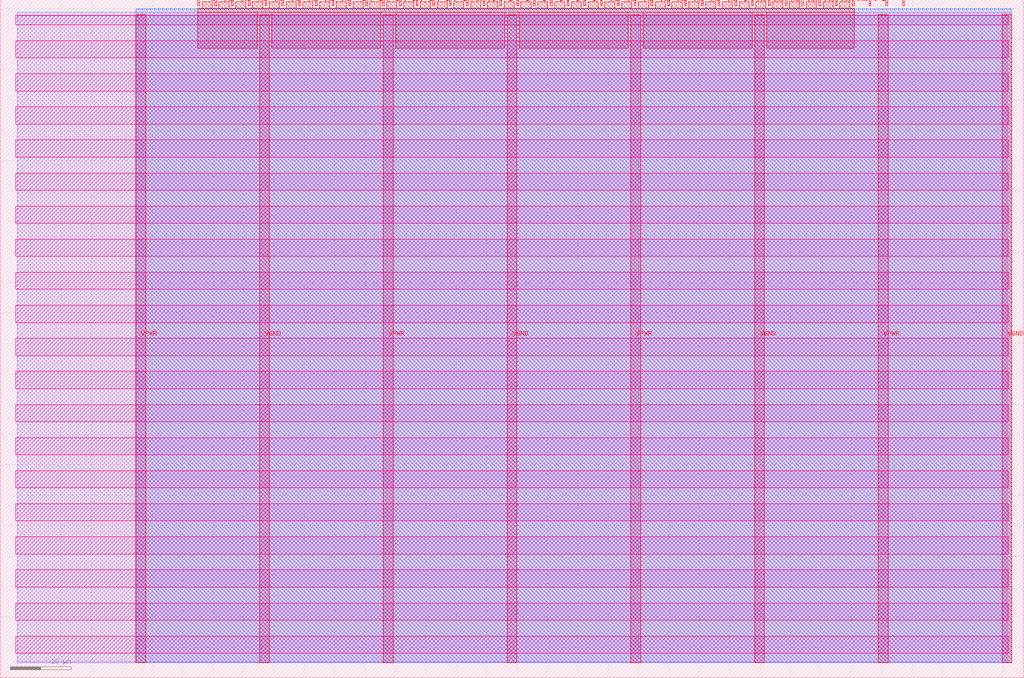
<source format=lef>
VERSION 5.7 ;
  NOWIREEXTENSIONATPIN ON ;
  DIVIDERCHAR "/" ;
  BUSBITCHARS "[]" ;
MACRO tt_um_mattngaw_fp8
  CLASS BLOCK ;
  FOREIGN tt_um_mattngaw_fp8 ;
  ORIGIN 0.000 0.000 ;
  SIZE 168.360 BY 111.520 ;
  PIN VGND
    DIRECTION INOUT ;
    USE GROUND ;
    PORT
      LAYER met4 ;
        RECT 42.670 2.480 44.270 109.040 ;
    END
    PORT
      LAYER met4 ;
        RECT 83.380 2.480 84.980 109.040 ;
    END
    PORT
      LAYER met4 ;
        RECT 124.090 2.480 125.690 109.040 ;
    END
    PORT
      LAYER met4 ;
        RECT 164.800 2.480 166.400 109.040 ;
    END
  END VGND
  PIN VPWR
    DIRECTION INOUT ;
    USE POWER ;
    PORT
      LAYER met4 ;
        RECT 22.315 2.480 23.915 109.040 ;
    END
    PORT
      LAYER met4 ;
        RECT 63.025 2.480 64.625 109.040 ;
    END
    PORT
      LAYER met4 ;
        RECT 103.735 2.480 105.335 109.040 ;
    END
    PORT
      LAYER met4 ;
        RECT 144.445 2.480 146.045 109.040 ;
    END
  END VPWR
  PIN clk
    DIRECTION INPUT ;
    USE SIGNAL ;
    PORT
      LAYER met4 ;
        RECT 145.670 110.520 145.970 111.520 ;
    END
  END clk
  PIN ena
    DIRECTION INPUT ;
    USE SIGNAL ;
    PORT
      LAYER met4 ;
        RECT 148.430 110.520 148.730 111.520 ;
    END
  END ena
  PIN rst_n
    DIRECTION INPUT ;
    USE SIGNAL ;
    PORT
      LAYER met4 ;
        RECT 142.910 110.520 143.210 111.520 ;
    END
  END rst_n
  PIN ui_in[0]
    DIRECTION INPUT ;
    USE SIGNAL ;
    ANTENNAGATEAREA 0.196500 ;
    PORT
      LAYER met4 ;
        RECT 140.150 110.520 140.450 111.520 ;
    END
  END ui_in[0]
  PIN ui_in[1]
    DIRECTION INPUT ;
    USE SIGNAL ;
    ANTENNAGATEAREA 0.196500 ;
    PORT
      LAYER met4 ;
        RECT 137.390 110.520 137.690 111.520 ;
    END
  END ui_in[1]
  PIN ui_in[2]
    DIRECTION INPUT ;
    USE SIGNAL ;
    ANTENNAGATEAREA 0.196500 ;
    PORT
      LAYER met4 ;
        RECT 134.630 110.520 134.930 111.520 ;
    END
  END ui_in[2]
  PIN ui_in[3]
    DIRECTION INPUT ;
    USE SIGNAL ;
    ANTENNAGATEAREA 0.213000 ;
    PORT
      LAYER met4 ;
        RECT 131.870 110.520 132.170 111.520 ;
    END
  END ui_in[3]
  PIN ui_in[4]
    DIRECTION INPUT ;
    USE SIGNAL ;
    ANTENNAGATEAREA 0.196500 ;
    PORT
      LAYER met4 ;
        RECT 129.110 110.520 129.410 111.520 ;
    END
  END ui_in[4]
  PIN ui_in[5]
    DIRECTION INPUT ;
    USE SIGNAL ;
    ANTENNAGATEAREA 0.196500 ;
    PORT
      LAYER met4 ;
        RECT 126.350 110.520 126.650 111.520 ;
    END
  END ui_in[5]
  PIN ui_in[6]
    DIRECTION INPUT ;
    USE SIGNAL ;
    ANTENNAGATEAREA 0.196500 ;
    PORT
      LAYER met4 ;
        RECT 123.590 110.520 123.890 111.520 ;
    END
  END ui_in[6]
  PIN ui_in[7]
    DIRECTION INPUT ;
    USE SIGNAL ;
    ANTENNAGATEAREA 0.213000 ;
    PORT
      LAYER met4 ;
        RECT 120.830 110.520 121.130 111.520 ;
    END
  END ui_in[7]
  PIN uio_in[0]
    DIRECTION INPUT ;
    USE SIGNAL ;
    ANTENNAGATEAREA 0.196500 ;
    PORT
      LAYER met4 ;
        RECT 118.070 110.520 118.370 111.520 ;
    END
  END uio_in[0]
  PIN uio_in[1]
    DIRECTION INPUT ;
    USE SIGNAL ;
    ANTENNAGATEAREA 0.196500 ;
    PORT
      LAYER met4 ;
        RECT 115.310 110.520 115.610 111.520 ;
    END
  END uio_in[1]
  PIN uio_in[2]
    DIRECTION INPUT ;
    USE SIGNAL ;
    ANTENNAGATEAREA 0.196500 ;
    PORT
      LAYER met4 ;
        RECT 112.550 110.520 112.850 111.520 ;
    END
  END uio_in[2]
  PIN uio_in[3]
    DIRECTION INPUT ;
    USE SIGNAL ;
    ANTENNAGATEAREA 0.159000 ;
    PORT
      LAYER met4 ;
        RECT 109.790 110.520 110.090 111.520 ;
    END
  END uio_in[3]
  PIN uio_in[4]
    DIRECTION INPUT ;
    USE SIGNAL ;
    ANTENNAGATEAREA 0.126000 ;
    PORT
      LAYER met4 ;
        RECT 107.030 110.520 107.330 111.520 ;
    END
  END uio_in[4]
  PIN uio_in[5]
    DIRECTION INPUT ;
    USE SIGNAL ;
    ANTENNAGATEAREA 0.196500 ;
    PORT
      LAYER met4 ;
        RECT 104.270 110.520 104.570 111.520 ;
    END
  END uio_in[5]
  PIN uio_in[6]
    DIRECTION INPUT ;
    USE SIGNAL ;
    ANTENNAGATEAREA 0.196500 ;
    PORT
      LAYER met4 ;
        RECT 101.510 110.520 101.810 111.520 ;
    END
  END uio_in[6]
  PIN uio_in[7]
    DIRECTION INPUT ;
    USE SIGNAL ;
    ANTENNAGATEAREA 0.213000 ;
    PORT
      LAYER met4 ;
        RECT 98.750 110.520 99.050 111.520 ;
    END
  END uio_in[7]
  PIN uio_oe[0]
    DIRECTION OUTPUT TRISTATE ;
    USE SIGNAL ;
    PORT
      LAYER met4 ;
        RECT 51.830 110.520 52.130 111.520 ;
    END
  END uio_oe[0]
  PIN uio_oe[1]
    DIRECTION OUTPUT TRISTATE ;
    USE SIGNAL ;
    PORT
      LAYER met4 ;
        RECT 49.070 110.520 49.370 111.520 ;
    END
  END uio_oe[1]
  PIN uio_oe[2]
    DIRECTION OUTPUT TRISTATE ;
    USE SIGNAL ;
    PORT
      LAYER met4 ;
        RECT 46.310 110.520 46.610 111.520 ;
    END
  END uio_oe[2]
  PIN uio_oe[3]
    DIRECTION OUTPUT TRISTATE ;
    USE SIGNAL ;
    PORT
      LAYER met4 ;
        RECT 43.550 110.520 43.850 111.520 ;
    END
  END uio_oe[3]
  PIN uio_oe[4]
    DIRECTION OUTPUT TRISTATE ;
    USE SIGNAL ;
    PORT
      LAYER met4 ;
        RECT 40.790 110.520 41.090 111.520 ;
    END
  END uio_oe[4]
  PIN uio_oe[5]
    DIRECTION OUTPUT TRISTATE ;
    USE SIGNAL ;
    PORT
      LAYER met4 ;
        RECT 38.030 110.520 38.330 111.520 ;
    END
  END uio_oe[5]
  PIN uio_oe[6]
    DIRECTION OUTPUT TRISTATE ;
    USE SIGNAL ;
    PORT
      LAYER met4 ;
        RECT 35.270 110.520 35.570 111.520 ;
    END
  END uio_oe[6]
  PIN uio_oe[7]
    DIRECTION OUTPUT TRISTATE ;
    USE SIGNAL ;
    PORT
      LAYER met4 ;
        RECT 32.510 110.520 32.810 111.520 ;
    END
  END uio_oe[7]
  PIN uio_out[0]
    DIRECTION OUTPUT TRISTATE ;
    USE SIGNAL ;
    PORT
      LAYER met4 ;
        RECT 73.910 110.520 74.210 111.520 ;
    END
  END uio_out[0]
  PIN uio_out[1]
    DIRECTION OUTPUT TRISTATE ;
    USE SIGNAL ;
    PORT
      LAYER met4 ;
        RECT 71.150 110.520 71.450 111.520 ;
    END
  END uio_out[1]
  PIN uio_out[2]
    DIRECTION OUTPUT TRISTATE ;
    USE SIGNAL ;
    PORT
      LAYER met4 ;
        RECT 68.390 110.520 68.690 111.520 ;
    END
  END uio_out[2]
  PIN uio_out[3]
    DIRECTION OUTPUT TRISTATE ;
    USE SIGNAL ;
    PORT
      LAYER met4 ;
        RECT 65.630 110.520 65.930 111.520 ;
    END
  END uio_out[3]
  PIN uio_out[4]
    DIRECTION OUTPUT TRISTATE ;
    USE SIGNAL ;
    PORT
      LAYER met4 ;
        RECT 62.870 110.520 63.170 111.520 ;
    END
  END uio_out[4]
  PIN uio_out[5]
    DIRECTION OUTPUT TRISTATE ;
    USE SIGNAL ;
    PORT
      LAYER met4 ;
        RECT 60.110 110.520 60.410 111.520 ;
    END
  END uio_out[5]
  PIN uio_out[6]
    DIRECTION OUTPUT TRISTATE ;
    USE SIGNAL ;
    PORT
      LAYER met4 ;
        RECT 57.350 110.520 57.650 111.520 ;
    END
  END uio_out[6]
  PIN uio_out[7]
    DIRECTION OUTPUT TRISTATE ;
    USE SIGNAL ;
    PORT
      LAYER met4 ;
        RECT 54.590 110.520 54.890 111.520 ;
    END
  END uio_out[7]
  PIN uo_out[0]
    DIRECTION OUTPUT TRISTATE ;
    USE SIGNAL ;
    ANTENNADIFFAREA 1.288000 ;
    PORT
      LAYER met4 ;
        RECT 95.990 110.520 96.290 111.520 ;
    END
  END uo_out[0]
  PIN uo_out[1]
    DIRECTION OUTPUT TRISTATE ;
    USE SIGNAL ;
    ANTENNADIFFAREA 1.242000 ;
    PORT
      LAYER met4 ;
        RECT 93.230 110.520 93.530 111.520 ;
    END
  END uo_out[1]
  PIN uo_out[2]
    DIRECTION OUTPUT TRISTATE ;
    USE SIGNAL ;
    ANTENNADIFFAREA 1.524450 ;
    PORT
      LAYER met4 ;
        RECT 90.470 110.520 90.770 111.520 ;
    END
  END uo_out[2]
  PIN uo_out[3]
    DIRECTION OUTPUT TRISTATE ;
    USE SIGNAL ;
    ANTENNADIFFAREA 0.795200 ;
    PORT
      LAYER met4 ;
        RECT 87.710 110.520 88.010 111.520 ;
    END
  END uo_out[3]
  PIN uo_out[4]
    DIRECTION OUTPUT TRISTATE ;
    USE SIGNAL ;
    ANTENNADIFFAREA 0.795200 ;
    PORT
      LAYER met4 ;
        RECT 84.950 110.520 85.250 111.520 ;
    END
  END uo_out[4]
  PIN uo_out[5]
    DIRECTION OUTPUT TRISTATE ;
    USE SIGNAL ;
    ANTENNADIFFAREA 1.242000 ;
    PORT
      LAYER met4 ;
        RECT 82.190 110.520 82.490 111.520 ;
    END
  END uo_out[5]
  PIN uo_out[6]
    DIRECTION OUTPUT TRISTATE ;
    USE SIGNAL ;
    ANTENNADIFFAREA 1.721000 ;
    PORT
      LAYER met4 ;
        RECT 79.430 110.520 79.730 111.520 ;
    END
  END uo_out[6]
  PIN uo_out[7]
    DIRECTION OUTPUT TRISTATE ;
    USE SIGNAL ;
    ANTENNADIFFAREA 0.795200 ;
    PORT
      LAYER met4 ;
        RECT 76.670 110.520 76.970 111.520 ;
    END
  END uo_out[7]
  OBS
      LAYER nwell ;
        RECT 2.570 107.385 165.790 108.990 ;
        RECT 2.570 101.945 165.790 104.775 ;
        RECT 2.570 96.505 165.790 99.335 ;
        RECT 2.570 91.065 165.790 93.895 ;
        RECT 2.570 85.625 165.790 88.455 ;
        RECT 2.570 80.185 165.790 83.015 ;
        RECT 2.570 74.745 165.790 77.575 ;
        RECT 2.570 69.305 165.790 72.135 ;
        RECT 2.570 63.865 165.790 66.695 ;
        RECT 2.570 58.425 165.790 61.255 ;
        RECT 2.570 52.985 165.790 55.815 ;
        RECT 2.570 47.545 165.790 50.375 ;
        RECT 2.570 42.105 165.790 44.935 ;
        RECT 2.570 36.665 165.790 39.495 ;
        RECT 2.570 31.225 165.790 34.055 ;
        RECT 2.570 25.785 165.790 28.615 ;
        RECT 2.570 20.345 165.790 23.175 ;
        RECT 2.570 14.905 165.790 17.735 ;
        RECT 2.570 9.465 165.790 12.295 ;
        RECT 2.570 4.025 165.790 6.855 ;
      LAYER li1 ;
        RECT 2.760 2.635 165.600 108.885 ;
      LAYER met1 ;
        RECT 2.760 2.480 166.400 109.440 ;
      LAYER met2 ;
        RECT 22.345 2.535 166.370 110.005 ;
      LAYER met3 ;
        RECT 22.325 2.555 166.390 109.985 ;
      LAYER met4 ;
        RECT 33.210 110.120 34.870 111.170 ;
        RECT 35.970 110.120 37.630 111.170 ;
        RECT 38.730 110.120 40.390 111.170 ;
        RECT 41.490 110.120 43.150 111.170 ;
        RECT 44.250 110.120 45.910 111.170 ;
        RECT 47.010 110.120 48.670 111.170 ;
        RECT 49.770 110.120 51.430 111.170 ;
        RECT 52.530 110.120 54.190 111.170 ;
        RECT 55.290 110.120 56.950 111.170 ;
        RECT 58.050 110.120 59.710 111.170 ;
        RECT 60.810 110.120 62.470 111.170 ;
        RECT 63.570 110.120 65.230 111.170 ;
        RECT 66.330 110.120 67.990 111.170 ;
        RECT 69.090 110.120 70.750 111.170 ;
        RECT 71.850 110.120 73.510 111.170 ;
        RECT 74.610 110.120 76.270 111.170 ;
        RECT 77.370 110.120 79.030 111.170 ;
        RECT 80.130 110.120 81.790 111.170 ;
        RECT 82.890 110.120 84.550 111.170 ;
        RECT 85.650 110.120 87.310 111.170 ;
        RECT 88.410 110.120 90.070 111.170 ;
        RECT 91.170 110.120 92.830 111.170 ;
        RECT 93.930 110.120 95.590 111.170 ;
        RECT 96.690 110.120 98.350 111.170 ;
        RECT 99.450 110.120 101.110 111.170 ;
        RECT 102.210 110.120 103.870 111.170 ;
        RECT 104.970 110.120 106.630 111.170 ;
        RECT 107.730 110.120 109.390 111.170 ;
        RECT 110.490 110.120 112.150 111.170 ;
        RECT 113.250 110.120 114.910 111.170 ;
        RECT 116.010 110.120 117.670 111.170 ;
        RECT 118.770 110.120 120.430 111.170 ;
        RECT 121.530 110.120 123.190 111.170 ;
        RECT 124.290 110.120 125.950 111.170 ;
        RECT 127.050 110.120 128.710 111.170 ;
        RECT 129.810 110.120 131.470 111.170 ;
        RECT 132.570 110.120 134.230 111.170 ;
        RECT 135.330 110.120 136.990 111.170 ;
        RECT 138.090 110.120 139.750 111.170 ;
        RECT 32.495 109.440 140.465 110.120 ;
        RECT 32.495 103.535 42.270 109.440 ;
        RECT 44.670 103.535 62.625 109.440 ;
        RECT 65.025 103.535 82.980 109.440 ;
        RECT 85.380 103.535 103.335 109.440 ;
        RECT 105.735 103.535 123.690 109.440 ;
        RECT 126.090 103.535 140.465 109.440 ;
  END
END tt_um_mattngaw_fp8
END LIBRARY


</source>
